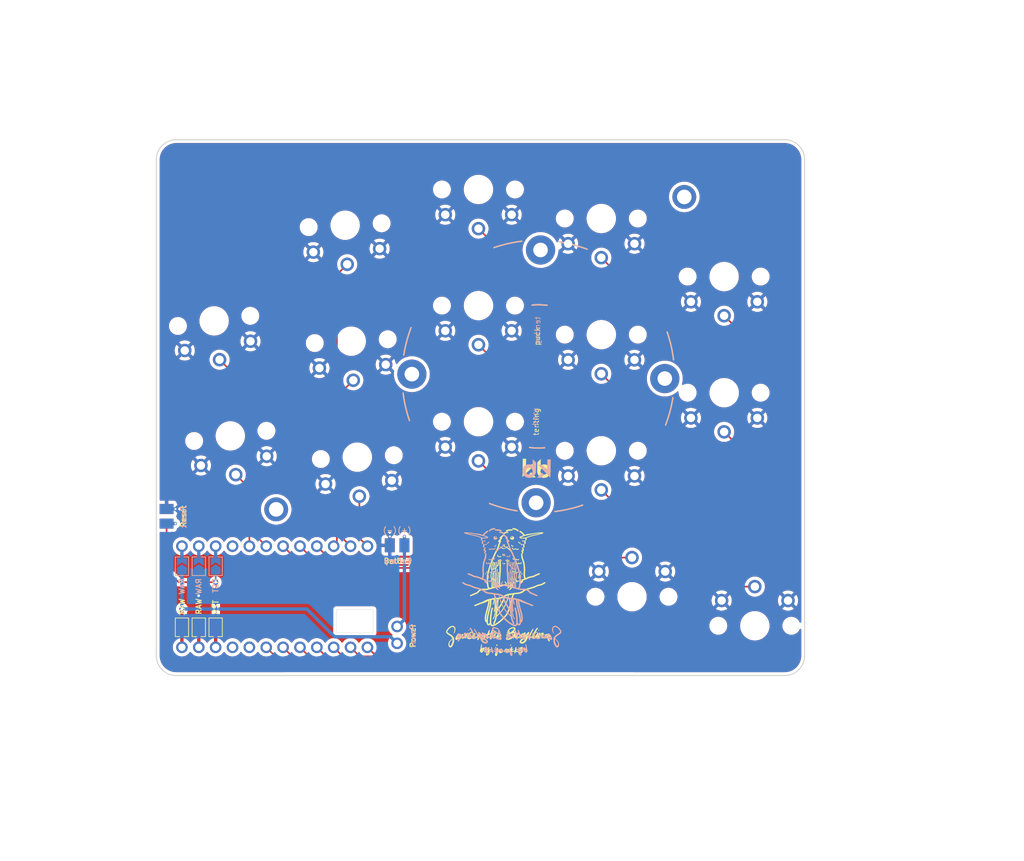
<source format=kicad_pcb>
(kicad_pcb (version 20211014) (generator pcbnew)
  (title_block (title "KEYBOARD_NAME_HERE") (rev "VERSION_HERE") (company "YOUR_NAME_HERE"))
  (layers (0 "F.Cu" signal) (31 "B.Cu" signal) (34 "B.Paste" user) (35 "F.Paste" user) (36 "B.SilkS" user "B.Silkscreen") (37 "F.SilkS" user "F.Silkscreen") (38 "B.Mask" user) (39 "F.Mask" user) (44 "Edge.Cuts" user))
  (net 0 "")
  (net 1 "GND")
  (net 2 "P21")
  (net 3 "P20")
  (net 4 "P10")
  (net 5 "P16")
  (net 6 "P14")
  (net 7 "P15")
  (net 8 "P18")
  (net 9 "P19")
  (net 10 "P9")
  (net 11 "P8")
  (net 12 "P7")
  (net 13 "P5")
  (net 14 "P4")
  (net 15 "P6")
  (net 16 "P3")
  (net 17 "RAW")
  (net 18 "RST")
  (net 19 "P2")
  (footprint "trochilidae:PG1350Reversible" (layer "F.Cu") (at 181.19604 168.760358 -172)
    (fp_text reference "S1" hide)
    (fp_text value "" hide)
    (pad "" np_thru_hole circle (at 5.5 0) (size 1.7018 1.7018) (drill 1.7018) (layers *.Cu *.Mask))
    (pad "" np_thru_hole circle (at -5.5 0) (size 1.7018 1.7018) (drill 1.7018) (layers *.Cu *.Mask))
    (pad "" np_thru_hole circle (at 0 0) (size 3.429 3.429) (drill 3.429) (layers *.Cu *.Mask))
    (pad "1" thru_hole circle (at -5 -3.8) (size 2.032 2.032) (drill 1.27) (layers *.Cu *.Mask) (net 1 "GND"))
    (pad "1" thru_hole circle (at 5 -3.8) (size 2.032 2.032) (drill 1.27) (layers *.Cu *.Mask) (net 1 "GND"))
    (pad "2" thru_hole circle (at 0 -5.9) (size 2.032 2.032) (drill 1.27) (layers *.Cu *.Mask) (net 2 "P21"))
  )
  (footprint "trochilidae:PG1350Reversible" (layer "F.Cu") (at 218.573519 149.125 180)
    (fp_text reference "S7" hide)
    (fp_text value "" hide)
    (pad "" np_thru_hole circle (at 5.5 0 352) (size 1.7018 1.7018) (drill 1.7018) (layers *.Cu *.Mask))
    (pad "" np_thru_hole circle (at -5.5 0 352) (size 1.7018 1.7018) (drill 1.7018) (layers *.Cu *.Mask))
    (pad "" np_thru_hole circle (at 0 0 352) (size 3.429 3.429) (drill 3.429) (layers *.Cu *.Mask))
    (pad "1" thru_hole circle (at -5 -3.8 352) (size 2.032 2.032) (drill 1.27) (layers *.Cu *.Mask) (net 1 "GND"))
    (pad "1" thru_hole circle (at 5 -3.8 352) (size 2.032 2.032) (drill 1.27) (layers *.Cu *.Mask) (net 1 "GND"))
    (pad "2" thru_hole circle (at 0 -5.9 352) (size 2.032 2.032) (drill 1.27) (layers *.Cu *.Mask) (net 8 "P18"))
  )
  (footprint "trochilidae:PG1350Reversible" (layer "F.Cu") (at 200.327842 171.962218 -177)
    (fp_text reference "S3" hide)
    (fp_text value "" hide)
    (pad "" np_thru_hole circle (at -5.5 0 355) (size 1.7018 1.7018) (drill 1.7018) (layers *.Cu *.Mask))
    (pad "" np_thru_hole circle (at 5.5 0 355) (size 1.7018 1.7018) (drill 1.7018) (layers *.Cu *.Mask))
    (pad "" np_thru_hole circle (at 0 0 355) (size 3.429 3.429) (drill 3.429) (layers *.Cu *.Mask))
    (pad "1" thru_hole circle (at 5 -3.8 355) (size 2.032 2.032) (drill 1.27) (layers *.Cu *.Mask) (net 1 "GND"))
    (pad "1" thru_hole circle (at -5 -3.8 355) (size 2.032 2.032) (drill 1.27) (layers *.Cu *.Mask) (net 1 "GND"))
    (pad "2" thru_hole circle (at 0 -5.9 355) (size 2.032 2.032) (drill 1.27) (layers *.Cu *.Mask) (net 4 "P10"))
  )
  (footprint "trochilidae:PG1350Reversible" (layer "F.Cu") (at 241.698519 193)
    (fp_text reference "S14" hide)
    (fp_text value "" hide)
    (pad "" np_thru_hole circle (at 0 0 172) (size 3.429 3.429) (drill 3.429) (layers *.Cu *.Mask))
    (pad "" np_thru_hole circle (at -5.5 0 172) (size 1.7018 1.7018) (drill 1.7018) (layers *.Cu *.Mask))
    (pad "" np_thru_hole circle (at 5.5 0 172) (size 1.7018 1.7018) (drill 1.7018) (layers *.Cu *.Mask))
    (pad "1" thru_hole circle (at -5 -3.8 172) (size 2.032 2.032) (drill 1.27) (layers *.Cu *.Mask) (net 1 "GND"))
    (pad "1" thru_hole circle (at 5 -3.8 172) (size 2.032 2.032) (drill 1.27) (layers *.Cu *.Mask) (net 1 "GND"))
    (pad "2" thru_hole circle (at 0 -5.9 172) (size 2.032 2.032) (drill 1.27) (layers *.Cu *.Mask) (net 15 "P6"))
  )
  (footprint "trochilidae:Tenting_Puck2" (layer "F.Cu") (at 227.59 159.79 -1)
    (fp_text reference "REF**")
    (fp_text value "Tenting Puck")
    (fp_text user "tenting" (at -0.254 -6.9215 89) (layer "B.SilkS") (effects (font (size 0.8 0.8) (thickness 0.1)) (justify mirror)))
    (fp_text user "puck" (at -0.1905 6.0325 269 unlocked) (layer "B.SilkS") (effects (font (size 0.8 0.8) (thickness 0.1)) (justify mirror)))
    (fp_text user "tenting" (at -0.1905 6.858 89) (layer "F.SilkS") (effects (font (size 0.8 0.8) (thickness 0.1))))
    (fp_text user "puck" (at -0.254 -6.0325 89) (layer "F.SilkS") (effects (font (size 0.8 0.8) (thickness 0.1))))
    (pad "1" thru_hole circle locked (at 0 -19.05 359) (size 4.4 4.4) (drill 2.2) (layers *.Cu *.Mask))
    (pad "1" thru_hole circle locked (at 0 19.05 359) (size 4.4 4.4) (drill 2.2) (layers *.Cu *.Mask))
    (pad "1" thru_hole circle locked (at -19.05 0 359) (size 4.4 4.4) (drill 2.2) (layers *.Cu *.Mask))
    (pad "1" thru_hole circle locked (at 19.05 0 359) (size 4.4 4.4) (drill 2.2) (layers *.Cu *.Mask))
  )
  (footprint "trochilidae:PG1350Reversible" (layer "F.Cu") (at 218.573519 166.625 180)
    (fp_text reference "S6" hide)
    (fp_text value "" hide)
    (pad "" np_thru_hole circle (at 5.5 0 352) (size 1.7018 1.7018) (drill 1.7018) (layers *.Cu *.Mask))
    (pad "" np_thru_hole circle (at -5.5 0 352) (size 1.7018 1.7018) (drill 1.7018) (layers *.Cu *.Mask))
    (pad "" np_thru_hole circle (at 0 0 352) (size 3.429 3.429) (drill 3.429) (layers *.Cu *.Mask))
    (pad "1" thru_hole circle (at -5 -3.8 352) (size 2.032 2.032) (drill 1.27) (layers *.Cu *.Mask) (net 1 "GND"))
    (pad "1" thru_hole circle (at 5 -3.8 352) (size 2.032 2.032) (drill 1.27) (layers *.Cu *.Mask) (net 1 "GND"))
    (pad "2" thru_hole circle (at 0 -5.9 352) (size 2.032 2.032) (drill 1.27) (layers *.Cu *.Mask) (net 7 "P15"))
  )
  (footprint "trochilidae:PG1350Reversible" (layer "F.Cu") (at 237.073519 171 180)
    (fp_text reference "S9" hide)
    (fp_text value "" hide)
    (pad "" np_thru_hole circle (at 5.5 0 352) (size 1.7018 1.7018) (drill 1.7018) (layers *.Cu *.Mask))
    (pad "" np_thru_hole circle (at 0 0 352) (size 3.429 3.429) (drill 3.429) (layers *.Cu *.Mask))
    (pad "" np_thru_hole circle (at -5.5 0 352) (size 1.7018 1.7018) (drill 1.7018) (layers *.Cu *.Mask))
    (pad "1" thru_hole circle (at 5 -3.8 352) (size 2.032 2.032) (drill 1.27) (layers *.Cu *.Mask) (net 1 "GND"))
    (pad "1" thru_hole circle (at -5 -3.8 352) (size 2.032 2.032) (drill 1.27) (layers *.Cu *.Mask) (net 1 "GND"))
    (pad "2" thru_hole circle (at 0 -5.9 352) (size 2.032 2.032) (drill 1.27) (layers *.Cu *.Mask) (net 10 "P9"))
  )
  (footprint "trochilidae:PG1350Reversible" (layer "F.Cu") (at 178.760511 151.430667 -172)
    (fp_text reference "S2" hide)
    (fp_text value "" hide)
    (pad "" np_thru_hole circle (at 0 0) (size 3.429 3.429) (drill 3.429) (layers *.Cu *.Mask))
    (pad "" np_thru_hole circle (at 5.5 0) (size 1.7018 1.7018) (drill 1.7018) (layers *.Cu *.Mask))
    (pad "" np_thru_hole circle (at -5.5 0) (size 1.7018 1.7018) (drill 1.7018) (layers *.Cu *.Mask))
    (pad "1" thru_hole circle (at 5 -3.8) (size 2.032 2.032) (drill 1.27) (layers *.Cu *.Mask) (net 1 "GND"))
    (pad "1" thru_hole circle (at -5 -3.8) (size 2.032 2.032) (drill 1.27) (layers *.Cu *.Mask) (net 1 "GND"))
    (pad "2" thru_hole circle (at 0 -5.9) (size 2.032 2.032) (drill 1.27) (layers *.Cu *.Mask) (net 3 "P20"))
  )
  (footprint "trochilidae:ProMicroSimpleJumper" (layer "F.Cu") (at 187.88035 193)
    (fp_text reference "MCU1" hide)
    (fp_text value "" hide)
    (fp_text user "RAW" (at -13.978059 -1.553464 -270 unlocked) (layer "B.SilkS") (effects (font (size 0.8 0.8)) (justify mirror)))
    (fp_text user "RST" (at -8.898059 -1.667749 -270 unlocked) (layer "B.SilkS") (effects (font (size 0.8 0.8)) (justify mirror)))
    (fp_text user "RAW" (at -11.438059 -1.553464 -270 unlocked) (layer "B.SilkS") (effects (font (size 0.8 0.8)) (justify mirror)))
    (fp_text user "RAW" (at -11.43 1.460714 90 unlocked) (layer "F.SilkS") (effects (font (size 0.8 0.8))))
    (fp_text user "RST" (at -8.89 1.575 90 unlocked) (layer "F.SilkS") (effects (font (size 0.8 0.8))))
    (fp_text user "RAW" (at -13.97 1.460714 90 unlocked) (layer "F.SilkS") (effects (font (size 0.8 0.8))))
    (pad "" smd rect (at -13.97 6.25) (size 0.5 1.524) (layers "F.Cu" "F.Mask"))
    (pad "" smd rect (at -11.43 6.25) (size 0.5 1.524) (layers "F.Cu" "F.Mask"))
    (pad "" smd rect (at -8.89 -6.275) (size 0.5 1.524) (layers "B.Cu" "B.Mask"))
    (pad "" smd custom (at -13.97 -5.325 270) (size 0.3 0.3) (layers "B.Cu" "B.Mask") (options (clearance outline) (anchor rect)) (primitives (gr_poly (pts (xy 0.15 0) (xy 0.65 0.75) (xy -0.5 0.75) (xy -0.5 -0.75) (xy 0.65 -0.75)) (width 0) (fill yes))))
    (pad "" thru_hole circle (at -11.43 -7.62 90) (size 1.7526 1.7526) (drill 1.0922) (layers *.Cu *.Mask))
    (pad "" thru_hole circle (at -11.43 7.62) (size 1.7526 1.7526) (drill 1.0922) (layers *.Cu *.Mask))
    (pad "" thru_hole circle (at -6.35 7.62) (size 1.7526 1.7526) (drill 1.0922) (layers *.Cu *.Mask))
    (pad "" thru_hole circle (at -8.89 -7.62) (size 1.7526 1.7526) (drill 1.0922) (layers *.Cu *.Mask))
    (pad "" thru_hole circle (at -13.97 7.62) (size 1.7526 1.7526) (drill 1.0922) (layers *.Cu *.Mask))
    (pad "" smd custom (at -8.89 5.325 270) (size 0.3 0.3) (layers "F.Cu" "F.Mask") (options (clearance outline) (anchor rect)) (primitives (gr_poly (pts (xy 0.5 0.75) (xy -0.65 0.75) (xy -0.15 0) (xy -0.65 -0.75) (xy 0.5 -0.75)) (width 0) (fill yes))))
    (pad "" thru_hole circle (at -6.35 -7.62) (size 1.7526 1.7526) (drill 1.0922) (layers *.Cu *.Mask))
    (pad "" thru_hole circle (at -13.97 -7.62) (size 1.7526 1.7526) (drill 1.0922) (layers *.Cu *.Mask))
    (pad "" smd rect (at -13.97 -6.275) (size 0.5 1.524) (layers "B.Cu" "B.Mask"))
    (pad "" smd custom (at -11.43 -5.325 270) (size 0.3 0.3) (layers "B.Cu" "B.Mask") (options (clearance outline) (anchor rect)) (primitives (gr_poly (pts (xy 0.15 0) (xy 0.65 0.75) (xy -0.5 0.75) (xy -0.5 -0.75) (xy 0.65 -0.75)) (width 0) (fill yes))))
    (pad "" smd rect (at -8.89 6.25) (size 0.5 1.524) (layers "F.Cu" "F.Mask"))
    (pad "" smd custom (at -11.43 5.325 270) (size 0.3 0.3) (layers "F.Cu" "F.Mask") (options (clearance outline) (anchor rect)) (primitives (gr_poly (pts (xy 0.5 0.75) (xy -0.65 0.75) (xy -0.15 0) (xy -0.65 -0.75) (xy 0.5 -0.75)) (width 0) (fill yes))))
    (pad "" smd rect (at -11.43 -6.275) (size 0.5 1.524) (layers "B.Cu" "B.Mask"))
    (pad "" smd custom (at -8.89 -5.325 270) (size 0.3 0.3) (layers "B.Cu" "B.Mask") (options (clearance outline) (anchor rect)) (primitives (gr_poly (pts (xy 0.15 0) (xy 0.65 0.75) (xy -0.5 0.75) (xy -0.5 -0.75) (xy 0.65 -0.75)) (width 0) (fill yes))))
    (pad "" smd custom (at -13.97 5.325 270) (size 0.3 0.3) (layers "F.Cu" "F.Mask") (options (clearance outline) (anchor rect)) (primitives (gr_poly (pts (xy 0.5 0.75) (xy -0.65 0.75) (xy -0.15 0) (xy -0.65 -0.75) (xy 0.5 -0.75)) (width 0) (fill yes))))
    (pad "" thru_hole circle (at -8.89 7.62) (size 1.7526 1.7526) (drill 1.0922) (layers *.Cu *.Mask))
    (pad "1" smd custom (at -13.97 3.875 270) (size 0.3 0.3) (layers "F.Cu" "F.Mask") (net 17 "RAW") (options (clearance outline) (anchor rect)) (primitives (gr_poly (pts (xy 1 0) (xy 0.5 0.75) (xy -0.5 0.75) (xy -0.5 -0.75) (xy 0.5 -0.75)) (width 0) (fill yes))))
    (pad "1" smd custom (at -13.97 -3.875 270) (size 0.3 0.3) (layers "B.Cu" "B.Mask") (net 17 "RAW") (options (clearance outline) (anchor rect)) (primitives (gr_poly (pts (xy 0.5 0.75) (xy -0.5 0.75) (xy -1 0) (xy -0.5 -0.75) (xy 0.5 -0.75)) (width 0) (fill yes))))
    (pad "2" smd custom (at -11.43 3.875 270) (size 0.3 0.3) (layers "F.Cu" "F.Mask") (net 1 "GND") (options (clearance outline) (anchor rect)) (primitives (gr_poly (pts (xy 1 0) (xy 0.5 0.75) (xy -0.5 0.75) (xy -0.5 -0.75) (xy 0.5 -0.75)) (width 0) (fill yes))))
    (pad "2" smd custom (at -11.43 -3.875 270) (size 0.3 0.3) (layers "B.Cu" "B.Mask") (net 1 "GND") (options (clearance outline) (anchor rect)) (primitives (gr_poly (pts (xy 0.5 0.75) (xy -0.5 0.75) (xy -1 0) (xy -0.5 -0.75) (xy 0.5 -0.75)) (width 0) (fill yes))))
    (pad "3" smd custom (at -8.89 -3.875 270) (size 0.3 0.3) (layers "B.Cu" "B.Mask") (net 18 "RST") (options (clearance outline) (anchor rect)) (primitives (gr_poly (pts (xy 0.5 0.75) (xy -0.5 0.75) (xy -1 0) (xy -0.5 -0.75) (xy 0.5 -0.75)) (width 0) (fill yes))))
    (pad "3" smd custom (at -8.89 3.875 270) (size 0.3 0.3) (layers "F.Cu" "F.Mask") (net 18 "RST") (options (clearance outline) (anchor rect)) (primitives (gr_poly (pts (xy 1 0) (xy 0.5 0.75) (xy -0.5 0.75) (xy -0.5 -0.75) (xy 0.5 -0.75)) (width 0) (fill yes))))
    (pad "5" thru_hole circle (at -3.81 -7.62) (size 1.7526 1.7526) (drill 1.0922) (layers *.Cu *.Mask) (net 2 "P21"))
    (pad "6" thru_hole circle (at -1.27 -7.62) (size 1.7526 1.7526) (drill 1.0922) (layers *.Cu *.Mask) (net 3 "P20"))
    (pad "7" thru_hole circle (at 1.27 -7.62) (size 1.7526 1.7526) (drill 1.0922) (layers *.Cu *.Mask) (net 9 "P19"))
    (pad "8" thru_hole circle (at 3.81 -7.62) (size 1.7526 1.7526) (drill 1.0922) (layers *.Cu *.Mask) (net 8 "P18"))
    (pad "9" thru_hole circle (at 6.35 -7.62) (size 1.7526 1.7526) (drill 1.0922) (layers *.Cu *.Mask) (net 7 "P15"))
    (pad "10" thru_hole circle (at 8.89 -7.62) (size 1.7526 1.7526) (drill 1.0922) (layers *.Cu *.Mask) (net 6 "P14"))
    (pad "11" thru_hole circle (at 11.43 -7.62) (size 1.7526 1.7526) (drill 1.0922) (layers *.Cu *.Mask) (net 5 "P16"))
    (pad "12" thru_hole circle (at 13.97 -7.62) (size 1.7526 1.7526) (drill 1.0922) (layers *.Cu *.Mask) (net 4 "P10"))
    (pad "17" thru_hole circle (at -3.81 7.62) (size 1.7526 1.7526) (drill 1.0922) (layers *.Cu *.Mask) (net 19 "P2"))
    (pad "18" thru_hole circle (at -1.27 7.62) (size 1.7526 1.7526) (drill 1.0922) (layers *.Cu *.Mask) (net 16 "P3"))
    (pad "19" thru_hole circle (at 1.27 7.62) (size 1.7526 1.7526) (drill 1.0922) (layers *.Cu *.Mask) (net 14 "P4"))
    (pad "20" thru_hole circle (at 3.81 7.62) (size 1.7526 1.7526) (drill 1.0922) (layers *.Cu *.Mask) (net 13 "P5"))
    (pad "21" thru_hole circle (at 6.35 7.62) (size 1.7526 1.7526) (drill 1.0922) (layers *.Cu *.Mask) (net 15 "P6"))
    (pad "22" thru_hole circle (at 8.89 7.62) (size 1.7526 1.7526) (drill 1.0922) (layers *.Cu *.Mask) (net 12 "P7"))
    (pad "23" thru_hole circle (at 11.43 7.62) (size 1.7526 1.7526) (drill 1.0922) (layers *.Cu *.Mask) (net 11 "P8"))
    (pad "24" thru_hole circle (at 13.97 7.62) (size 1.7526 1.7526) (drill 1.0922) (layers *.Cu *.Mask) (net 10 "P9"))
  )
  (footprint "trochilidae:BeryllineSilk" (layer "F.Cu") (at 224.163195 190.038725)
    (fp_text reference "G***" hide)
    (fp_text value "LOGO" hide)
  )
  (footprint "trochilidae:M2MountingHoleSlimSimple" (layer "F.Cu") (at 188.108835 179.831574 -24)
    (fp_text reference "" hide)
    (fp_text value "Val**" hide)
    (pad "1" thru_hole circle (at 0 0 358) (size 3.6 3.6) (drill 2.2) (layers *.Cu *.Mask))
  )
  (footprint "trochilidae:PG1350Reversible" (layer "F.Cu") (at 255.573519 162.25 180)
    (fp_text reference "S12" hide)
    (fp_text value "" hide)
    (pad "" np_thru_hole circle (at 0 0 352) (size 3.429 3.429) (drill 3.429) (layers *.Cu *.Mask))
    (pad "" np_thru_hole circle (at 5.5 0 352) (size 1.7018 1.7018) (drill 1.7018) (layers *.Cu *.Mask))
    (pad "" np_thru_hole circle (at -5.5 0 352) (size 1.7018 1.7018) (drill 1.7018) (layers *.Cu *.Mask))
    (pad "1" thru_hole circle (at -5 -3.8 352) (size 2.032 2.032) (drill 1.27) (layers *.Cu *.Mask) (net 1 "GND"))
    (pad "1" thru_hole circle (at 5 -3.8 352) (size 2.032 2.032) (drill 1.27) (layers *.Cu *.Mask) (net 1 "GND"))
    (pad "2" thru_hole circle (at 0 -5.9 352) (size 2.032 2.032) (drill 1.27) (layers *.Cu *.Mask) (net 13 "P5"))
  )
  (footprint "trochilidae:PG1350Reversible" (layer "F.Cu") (at 260.198519 197.375)
    (fp_text reference "S15" hide)
    (fp_text value "" hide)
    (pad "" np_thru_hole circle (at 0 0 172) (size 3.429 3.429) (drill 3.429) (layers *.Cu *.Mask))
    (pad "" np_thru_hole circle (at -5.5 0 172) (size 1.7018 1.7018) (drill 1.7018) (layers *.Cu *.Mask))
    (pad "" np_thru_hole circle (at 5.5 0 172) (size 1.7018 1.7018) (drill 1.7018) (layers *.Cu *.Mask))
    (pad "1" thru_hole circle (at -5 -3.8 172) (size 2.032 2.032) (drill 1.27) (layers *.Cu *.Mask) (net 1 "GND"))
    (pad "1" thru_hole circle (at 5 -3.8 172) (size 2.032 2.032) (drill 1.27) (layers *.Cu *.Mask) (net 1 "GND"))
    (pad "2" thru_hole circle (at 0 -5.9 172) (size 2.032 2.032) (drill 1.27) (layers *.Cu *.Mask) (net 16 "P3"))
  )
  (footprint "trochilidae:BeryllineSilkText" (layer "F.Cu") (at 221.65 199.48)
    (fp_text reference "G***" hide)
    (fp_text value "BeryllineSilkText" hide)
  )
  (footprint "trochilidae:PG1350Reversible" (layer "F.Cu") (at 218.573519 131.625 180)
    (fp_text reference "S8" hide)
    (fp_text value "" hide)
    (pad "" np_thru_hole circle (at 0 0 352) (size 3.429 3.429) (drill 3.429) (layers *.Cu *.Mask))
    (pad "" np_thru_hole circle (at 5.5 0 352) (size 1.7018 1.7018) (drill 1.7018) (layers *.Cu *.Mask))
    (pad "" np_thru_hole circle (at -5.5 0 352) (size 1.7018 1.7018) (drill 1.7018) (layers *.Cu *.Mask))
    (pad "1" thru_hole circle (at 5 -3.8 352) (size 2.032 2.032) (drill 1.27) (layers *.Cu *.Mask) (net 1 "GND"))
    (pad "1" thru_hole circle (at -5 -3.8 352) (size 2.032 2.032) (drill 1.27) (layers *.Cu *.Mask) (net 1 "GND"))
    (pad "2" thru_hole circle (at 0 -5.9 352) (size 2.032 2.032) (drill 1.27) (layers *.Cu *.Mask) (net 9 "P19"))
  )
  (footprint "trochilidae:M2MountingHoleSlimSimple" (layer "F.Cu") (at 249.573519 132.75 -8)
    (fp_text reference "" hide)
    (fp_text value "Val**" hide)
    (pad "1" thru_hole circle (at 0 0 14) (size 3.6 3.6) (drill 2.2) (layers *.Cu *.Mask))
  )
  (footprint "trochilidae:PG1350Reversible" (layer "F.Cu") (at 199.411963 154.486203 -177)
    (fp_text reference "S4" hide)
    (fp_text value "" hide)
    (pad "" np_thru_hole circle (at -5.5 0 355) (size 1.7018 1.7018) (drill 1.7018) (layers *.Cu *.Mask))
    (pad "" np_thru_hole circle (at 0 0 355) (size 3.429 3.429) (drill 3.429) (layers *.Cu *.Mask))
    (pad "" np_thru_hole circle (at 5.5 0 355) (size 1.7018 1.7018) (drill 1.7018) (layers *.Cu *.Mask))
    (pad "1" thru_hole circle (at -5 -3.8 355) (size 2.032 2.032) (drill 1.27) (layers *.Cu *.Mask) (net 1 "GND"))
    (pad "1" thru_hole circle (at 5 -3.8 355) (size 2.032 2.032) (drill 1.27) (layers *.Cu *.Mask) (net 1 "GND"))
    (pad "2" thru_hole circle (at 0 -5.9 355) (size 2.032 2.032) (drill 1.27) (layers *.Cu *.Mask) (net 5 "P16"))
  )
  (footprint "trochilidae:PG1350Reversible" (layer "F.Cu") (at 255.573519 144.75 180)
    (fp_text reference "S13" hide)
    (fp_text value "" hide)
    (pad "" np_thru_hole circle (at 0 0 352) (size 3.429 3.429) (drill 3.429) (layers *.Cu *.Mask))
    (pad "" np_thru_hole circle (at 5.5 0 352) (size 1.7018 1.7018) (drill 1.7018) (layers *.Cu *.Mask))
    (pad "" np_thru_hole circle (at -5.5 0 352) (size 1.7018 1.7018) (drill 1.7018) (layers *.Cu *.Mask))
    (pad "1" thru_hole circle (at 5 -3.8 352) (size 2.032 2.032) (drill 1.27) (layers *.Cu *.Mask) (net 1 "GND"))
    (pad "1" thru_hole circle (at -5 -3.8 352) (size 2.032 2.032) (drill 1.27) (layers *.Cu *.Mask) (net 1 "GND"))
    (pad "2" thru_hole circle (at 0 -5.9 352) (size 2.032 2.032) (drill 1.27) (layers *.Cu *.Mask) (net 14 "P4"))
  )
  (footprint "trochilidae:PG1350Reversible" (layer "F.Cu") (at 237.073519 153.5 180)
    (fp_text reference "S10" hide)
    (fp_text value "" hide)
    (pad "" np_thru_hole circle (at -5.5 0 352) (size 1.7018 1.7018) (drill 1.7018) (layers *.Cu *.Mask))
    (pad "" np_thru_hole circle (at 0 0 352) (size 3.429 3.429) (drill 3.429) (layers *.Cu *.Mask))
    (pad "" np_thru_hole circle (at 5.5 0 352) (size 1.7018 1.7018) (drill 1.7018) (layers *.Cu *.Mask))
    (pad "1" thru_hole circle (at -5 -3.8 352) (size 2.032 2.032) (drill 1.27) (layers *.Cu *.Mask) (net 1 "GND"))
    (pad "1" thru_hole circle (at 5 -3.8 352) (size 2.032 2.032) (drill 1.27) (layers *.Cu *.Mask) (net 1 "GND"))
    (pad "2" thru_hole circle (at 0 -5.9 352) (size 2.032 2.032) (drill 1.27) (layers *.Cu *.Mask) (net 11 "P8"))
  )
  (footprint "trochilidae:PG1350Reversible" (layer "F.Cu") (at 198.496084 137.010186 -177)
    (fp_text reference "S5" hide)
    (fp_text value "" hide)
    (pad "" np_thru_hole circle (at 0 0 355) (size 3.429 3.429) (drill 3.429) (layers *.Cu *.Mask))
    (pad "" np_thru_hole circle (at -5.5 0 355) (size 1.7018 1.7018) (drill 1.7018) (layers *.Cu *.Mask))
    (pad "" np_thru_hole circle (at 5.5 0 355) (size 1.7018 1.7018) (drill 1.7018) (layers *.Cu *.Mask))
    (pad "1" thru_hole circle (at 5 -3.8 355) (size 2.032 2.032) (drill 1.27) (layers *.Cu *.Mask) (net 1 "GND"))
    (pad "1" thru_hole circle (at -5 -3.8 355) (size 2.032 2.032) (drill 1.27) (layers *.Cu *.Mask) (net 1 "GND"))
    (pad "2" thru_hole circle (at 0 -5.9 355) (size 2.032 2.032) (drill 1.27) (layers *.Cu *.Mask) (net 6 "P14"))
  )
  (footprint "trochilidae:PG1350Reversible" (layer "F.Cu") (at 237.073519 136 180)
    (fp_text reference "S11" hide)
    (fp_text value "" hide)
    (pad "" np_thru_hole circle (at 5.5 0 352) (size 1.7018 1.7018) (drill 1.7018) (layers *.Cu *.Mask))
    (pad "" np_thru_hole circle (at -5.5 0 352) (size 1.7018 1.7018) (drill 1.7018) (layers *.Cu *.Mask))
    (pad "" np_thru_hole circle (at 0 0 352) (size 3.429 3.429) (drill 3.429) (layers *.Cu *.Mask))
    (pad "1" thru_hole circle (at -5 -3.8 352) (size 2.032 2.032) (drill 1.27) (layers *.Cu *.Mask) (net 1 "GND"))
    (pad "1" thru_hole circle (at 5 -3.8 352) (size 2.032 2.032) (drill 1.27) (layers *.Cu *.Mask) (net 1 "GND"))
    (pad "2" thru_hole circle (at 0 -5.9 352) (size 2.032 2.032) (drill 1.27) (layers *.Cu *.Mask) (net 12 "P7"))
  )
  (footprint "trochilidae:BeryllineSilk" (layer "B.Cu") (at 220.602357 190.036546 180)
    (fp_text reference "G***" hide)
    (fp_text value "LOGO" hide)
  )
  (footprint "trochilidae:Battery_pads_reversible" (layer "B.Cu") (at 171.6 180.874279 90)
    (fp_text reference "J3" hide)
    (fp_text value "Battery_Cell")
    (pad "1" smd custom (at -1.1 0 270) (size 1.5 2.1) (layers "B.Cu") (net 18 "RST") (options (clearance outline) (anchor rect)) (primitives (gr_poly (pts (xy 0.179 -0.762) (xy -0.1766 -0.762) (xy -0.1766 -1.3352) (xy 0.179 -1.3352)) (width 0.1) (fill yes))))
    (pad "1" thru_hole circle (at -1.1004 1.3416 90) (size 0.4572 0.4572) (drill 0.3048) (layers *.Cu) (net 18 "RST"))
    (pad "1" smd custom (at -1.1 0 90) (size 1.5 2.1) (layers "F.Cu") (net 18 "RST") (options (clearance outline) (anchor rect)) (primitives (gr_poly (pts (xy 0.176556 1.335) (xy -0.179044 1.335) (xy -0.179044 0.7618) (xy 0.176556 0.7618)) (width 0.1) (fill yes))))
    (pad "2" thru_hole circle (at 1.1 1.3416 90) (size 0.4572 0.4572) (drill 0.3048) (layers *.Cu) (net 1 "GND"))
    (pad "2" smd custom (at 1.1 0 90) (size 1.5 2.1) (layers "F.Cu") (net 1 "GND") (options (clearance outline) (anchor rect)) (primitives (gr_poly (pts (xy 0.1766 1.335) (xy -0.179 1.335) (xy -0.179 0.7618) (xy 0.1766 0.7618)) (width 0.1) (fill yes))))
    (pad "2" smd custom (at 1.1 0 270) (size 1.5 2.1) (layers "B.Cu") (net 1 "GND") (options (clearance outline) (anchor rect)) (primitives (gr_poly (pts (xy 0.1786 -0.762) (xy -0.177 -0.762) (xy -0.177 -1.3352) (xy 0.1786 -1.3352)) (width 0.1) (fill yes))))
  )
  (footprint "trochilidae:HeaderJumperSimple" (layer "B.Cu") (at 206.31962 198.75 90)
    (fp_text reference "J1" hide)
    (fp_text value "Val**" hide)
    (pad "1" thru_hole circle (at -1.27 0 90) (size 1.7526 1.7526) (drill 1.0922) (layers *.Cu *.Mask) (net 17 "RAW"))
    (pad "2" thru_hole circle (at 1.27 0 90) (size 1.7526 1.7526) (drill 1.0922) (layers *.Cu *.Mask) (net 17 "RAW"))
  )
  (footprint "trochilidae:Battery_pads_reversible" (layer "B.Cu") (at 206.31962 185.249999 180)
    (fp_text reference "J2" hide)
    (fp_text value "Battery_Cell")
    (fp_text user "(+)" (at -1.1 2.286) (layer "B.SilkS") (effects (font (size 0.8 0.8) (thickness 0.1)) (justify mirror)))
    (fp_text user "(-)" (at 1.1 2.286) (layer "B.SilkS") (effects (font (size 0.8 0.8) (thickness 0.1)) (justify mirror)))
    (fp_text user "(+)" (at -1.1 2.286) (layer "F.SilkS") (effects (font (size 0.8 0.8) (thickness 0.1))))
    (fp_text user "(-)" (at 1.1 2.286) (layer "F.SilkS") (effects (font (size 0.8 0.8) (thickness 0.1))))
    (pad "1" smd custom (at -1.1 0) (size 1.5 2.1) (layers "B.Cu") (net 17 "RAW") (options (clearance outline) (anchor rect)) (primitives (gr_poly (pts (xy 0.179 -0.762) (xy -0.1766 -0.762) (xy -0.1766 -1.3352) (xy 0.179 -1.3352)) (width 0.1) (fill yes))))
    (pad "1" smd custom (at -1.1 0 180) (size 1.5 2.1) (layers "F.Cu") (net 17 "RAW") (options (clearance outline) (anchor rect)) (primitives (gr_poly (pts (xy 0.176556 1.335) (xy -0.179044 1.335) (xy -0.179044 0.7618) (xy 0.176556 0.7618)) (width 0.1) (fill yes))))
    (pad "1" thru_hole circle (at -1.1004 1.3416 180) (size 0.4572 0.4572) (drill 0.3048) (layers *.Cu) (net 17 "RAW"))
    (pad "2" smd custom (at 1.1 0) (size 1.5 2.1) (layers "B.Cu") (net 1 "GND") (options (clearance outline) (anchor rect)) (primitives (gr_poly (pts (xy 0.1786 -0.762) (xy -0.177 -0.762) (xy -0.177 -1.3352) (xy 0.1786 -1.3352)) (width 0.1) (fill yes))))
    (pad "2" thru_hole circle (at 1.1 1.3416 180) (size 0.4572 0.4572) (drill 0.3048) (layers *.Cu) (net 1 "GND"))
    (pad "2" smd custom (at 1.1 0 180) (size 1.5 2.1) (layers "F.Cu") (net 1 "GND") (options (clearance outline) (anchor rect)) (primitives (gr_poly (pts (xy 0.1766 1.335) (xy -0.179 1.335) (xy -0.179 0.7618) (xy 0.1766 0.7618)) (width 0.1) (fill yes))))
  )
  (footprint "trochilidae:BeryllineSilkText" (layer "B.Cu") (at 223.115552 199.477821 180)
    (fp_text reference "G***" hide)
    (fp_text value "BeryllineSilkText" hide)
  )
  (gr_arc (start 264.698519 124.125) (mid 266.819839 125.00368) (end 267.698519 127.125) (layer "Edge.Cuts") (width 0.15))
  (gr_line (start 170.055524 201.875) (end 170.055524 127.125) (layer "Edge.Cuts") (width 0.15))
  (gr_line (start 264.698519 204.875) (end 173.055524 204.875) (layer "Edge.Cuts") (width 0.15))
  (gr_poly (pts (xy 197.20035 194.94) (xy 202.70035 194.94) (xy 202.70035 198.44) (xy 197.20035 198.44)) (layer "Edge.Cuts") (width 0.05) (fill none))
  (gr_arc (start 267.698519 201.875) (mid 266.819839 203.99632) (end 264.698519 204.875) (layer "Edge.Cuts") (width 0.15))
  (gr_line (start 267.698519 127.125) (end 267.698519 201.875) (layer "Edge.Cuts") (width 0.15))
  (gr_arc (start 173.055524 204.875) (mid 170.934204 203.99632) (end 170.055524 201.875) (layer "Edge.Cuts") (width 0.15))
  (gr_arc (start 170.055524 127.125) (mid 170.934204 125.00368) (end 173.055524 124.125) (layer "Edge.Cuts") (width 0.15))
  (gr_line (start 173.055524 124.125) (end 264.698519 124.125) (layer "Edge.Cuts") (width 0.15))
  (gr_text "Battery" (at 206.436176 187.600868) (layer "B.SilkS") (effects (font (size 0.8 0.8)) (justify mirror)))
  (gr_text "Power" (at 208.664902 198.92 90) (layer "B.SilkS") (effects (font (size 0.8 0.8)) (justify mirror)))
  (gr_text "Reset" (at 174.15 180.99 90) (layer "B.SilkS") (effects (font (size 0.8 0.8)) (justify mirror)))
  (gr_text "Power" (at 208.7 198.887617 90) (layer "F.SilkS") (effects (font (size 0.8 0.8))))
  (gr_text "Reset" (at 174.142039 180.889392 90) (layer "F.SilkS") (effects (font (size 0.8 0.8))))
  (gr_text "Battery" (at 206.44 187.61) (layer "F.SilkS") (effects (font (size 0.8 0.8))))
  (segment (start 176.45035 196.875) (end 176.45035 192.873492) (width 0.5) (layer "F.Cu") (net 1))
  (segment (start 176.45035 192.873492) (end 176.42161 192.844752) (width 0.25) (layer "F.Cu") (net 1))
  (via (at 176.42161 192.844752) (size 0.8) (drill 0.4) (layers "F.Cu" "B.Cu") (net 1))
  (segment (start 176.42161 189.15374) (end 176.45035 189.125) (width 0.25) (layer "B.Cu") (net 1))
  (segment (start 176.42161 192.844752) (end 176.42161 189.15374) (width 0.5) (layer "B.Cu") (net 1))
  (segment (start 184.07035 176.656129) (end 184.07035 185.38) (width 0.25) (layer "F.Cu") (net 2))
  (segment (start 182.017161 174.60294) (end 184.07035 176.656129) (width 0.25) (layer "F.Cu") (net 2))
  (segment (start 184.51987 183.28952) (end 186.61035 185.38) (width 0.25) (layer "F.Cu") (net 3))
  (segment (start 184.51987 162.211487) (end 184.51987 183.28952) (width 0.25) (layer "F.Cu") (net 3))
  (segment (start 179.581632 157.273249) (end 184.51987 162.211487) (width 0.25) (layer "F.Cu") (net 3))
  (segment (start 200.636624 177.854134) (end 200.636624 184.166274) (width 0.25) (layer "F.Cu") (net 4))
  (segment (start 200.636624 184.166274) (end 201.85035 185.38) (width 0.25) (layer "F.Cu") (net 4))
  (segment (start 197.69952 183.76917) (end 199.31035 185.38) (width 0.25) (layer "F.Cu") (net 5))
  (segment (start 199.720745 160.378117) (end 197.69952 162.399342) (width 0.25) (layer "F.Cu") (net 5))
  (segment (start 197.69952 162.399342) (end 197.69952 183.76917) (width 0.25) (layer "F.Cu") (net 5))
  (segment (start 197.25 144.456966) (end 197.25 184.90035) (width 0.25) (layer "F.Cu") (net 6))
  (segment (start 198.804866 142.9021) (end 197.25 144.456966) (width 0.25) (layer "F.Cu") (net 6))
  (segment (start 197.25 184.90035) (end 196.77035 185.38) (width 0.25) (layer "F.Cu") (net 6))
  (segment (start 220.650479 180.368084) (end 213.257604 187.76096) (width 0.25) (layer "F.Cu") (net 7))
  (segment (start 196.61131 187.76096) (end 194.23035 185.38) (width 0.25) (layer "F.Cu") (net 7))
  (segment (start 218.573519 172.525) (end 220.65048 174.601961) (width 0.25) (layer "F.Cu") (net 7))
  (segment (start 220.65048 174.601961) (end 220.650479 180.368084) (width 0.25) (layer "F.Cu") (net 7))
  (segment (start 213.257604 187.76096) (end 196.61131 187.76096) (width 0.25) (layer "F.Cu") (net 7))
  (segment (start 221.1 180.554282) (end 213.443802 188.21048) (width 0.25) (layer "F.Cu") (net 8))
  (segment (start 218.573519 155.025) (end 221.1 157.551481) (width 0.25) (layer "F.Cu") (net 8))
  (segment (start 213.443802 188.21048) (end 194.52083 188.21048) (width 0.25) (layer "F.Cu") (net 8))
  (segment (start 221.1 157.551481) (end 221.1 180.554282) (width 0.25) (layer "F.Cu") (net 8))
  (segment (start 194.52083 188.21048) (end 191.69035 185.38) (width 0.25) (layer "F.Cu") (net 8))
  (segment (start 218.573519 137.525) (end 221.54952 140.501001) (width 0.25) (layer "F.Cu") (net 9))
  (segment (start 192.43035 188.66) (end 189.15035 185.38) (width 0.25) (layer "F.Cu") (net 9))
  (segment (start 213.63 188.66) (end 192.43035 188.66) (width 0.25) (layer "F.Cu") (net 9))
  (segment (start 221.54952 140.501001) (end 221.54952 180.74048) (width 0.25) (layer "F.Cu") (net 9))
  (segment (start 221.54952 180.74048) (end 213.63 188.66) (width 0.25) (layer "F.Cu") (net 9))
  (segment (start 202.76323 201.53288) (end 201.85035 200.62) (width 0.25) (layer "F.Cu") (net 10))
  (segment (start 237.073519 176.9) (end 239.02048 178.846961) (width 0.25) (layer "F.Cu") (net 10))
  (segment (start 219.465684 201.53288) (end 202.76323 201.53288) (width 0.25) (layer "F.Cu") (net 10))
  (segment (start 239.02048 181.978084) (end 219.465684 201.53288) (width 0.25) (layer "F.Cu") (net 10))
  (segment (start 239.02048 178.846961) (end 239.02048 181.978084) (width 0.25) (layer "F.Cu") (net 10))
  (segment (start 237.073519 159.4) (end 239.47 161.796481) (width 0.25) (layer "F.Cu") (net 11))
  (segment (start 239.47 182.164281) (end 219.651882 201.9824) (width 0.25) (layer "F.Cu") (net 11))
  (segment (start 200.67275 201.9824) (end 199.31035 200.62) (width 0.25) (layer "F.Cu") (net 11))
  (segment (start 239.47 161.796481) (end 239.47 182.164281) (width 0.25) (layer "F.Cu") (net 11))
  (segment (start 219.651882 201.9824) (end 200.67275 201.9824) (width 0.25) (layer "F.Cu") (net 11))
  (segment (start 237.073519 141.9) (end 239.91952 144.746001) (width 0.25) (layer "F.Cu") (net 12))
  (segment (start 239.91952 182.35048) (end 219.83808 202.431919) (width 0.25) (layer "F.Cu") (net 12))
  (segment (start 219.83808 202.431919) (end 198.58227 202.43192) (width 0.25) (layer "F.Cu") (net 12))
  (segment (start 239.91952 144.746001) (end 239.91952 182.35048) (width 0.25) (layer "F.Cu") (net 12))
  (segment (start 198.58227 202.43192) (end 196.77035 200.62) (width 0.25) (layer "F.Cu") (net 12))
  (segment (start 194.40131 203.33096) (end 191.69035 200.62) (width 0.25) (layer "F.Cu") (net 13))
  (segment (start 257.63048 186.323802) (end 240.623322 203.33096) (width 0.25) (layer "F.Cu") (net 13))
  (segment (start 240.623322 203.33096) (end 194.40131 203.33096) (width 0.25) (layer "F.Cu") (net 13))
  (segment (start 257.63048 170.206961) (end 257.63048 186.323802) (width 0.25) (layer "F.Cu") (net 13))
  (segment (start 255.573519 168.15) (end 257.63048 170.206961) (width 0.25) (layer "F.Cu") (net 13))
  (segment (start 192.31083 203.78048) (end 189.15035 200.62) (width 0.25) (layer "F.Cu") (net 14))
  (segment (start 255.573519 150.65) (end 258.08 153.156482) (width 0.25) (layer "F.Cu") (net 14))
  (segment (start 240.80952 203.78048) (end 192.31083 203.78048) (width 0.25) (layer "F.Cu") (net 14))
  (segment (start 258.08 186.51) (end 240.80952 203.78048) (width 0.25) (layer "F.Cu") (net 14))
  (segment (start 258.08 153.156482) (end 258.08 186.51) (width 0.25) (layer "F.Cu") (net 14))
  (segment (start 196.49179 202.88144) (end 194.23035 200.62) (width 0.25) (layer "F.Cu") (net 15))
  (segment (start 235.805718 187.1) (end 220.024278 202.88144) (width 0.25) (layer "F.Cu") (net 15))
  (segment (start 241.698519 187.1) (end 235.805718 187.1) (width 0.25) (layer "F.Cu") (net 15))
  (segment (start 220.024278 202.88144) (end 196.49179 202.88144) (width 0.25) (layer "F.Cu") (net 15))
  (segment (start 260.198519 191.475) (end 253.750718 191.475) (width 0.25) (layer "F.Cu") (net 16))
  (segment (start 240.995718 204.23) (end 190.22035 204.23) (width 0.25) (layer "F.Cu") (net 16))
  (segment (start 190.22035 204.23) (end 186.61035 200.62) (width 0.25) (layer "F.Cu") (net 16))
  (segment (start 253.750718 191.475) (end 240.995718 204.23) (width 0.25) (layer "F.Cu") (net 16))
  (segment (start 173.91161 194.844752) (end 173.91161 196.87374) (width 0.5) (layer "F.Cu") (net 17))
  (segment (start 173.91161 196.87374) (end 173.91035 196.875) (width 0.25) (layer "F.Cu") (net 17))
  (via (at 173.91161 194.844752) (size 0.8) (drill 0.4) (layers "F.Cu" "B.Cu") (net 17))
  (segment (start 196.91 199.03) (end 205.32962 199.03) (width 0.5) (layer "B.Cu") (net 17))
  (segment (start 192.724752 194.844752) (end 196.91 199.03) (width 0.5) (layer "B.Cu") (net 17))
  (segment (start 173.91035 189.125) (end 173.91035 194.843492) (width 0.5) (layer "B.Cu") (net 17))
  (segment (start 206.31962 197.525) (end 207.41962 196.425) (width 0.5) (layer "B.Cu") (net 17))
  (segment (start 173.91035 194.843492) (end 173.91161 194.844752) (width 0.25) (layer "B.Cu") (net 17))
  (segment (start 205.32962 199.03) (end 206.31962 200.02) (width 0.5) (layer "B.Cu") (net 17))
  (segment (start 207.41962 196.425) (end 207.41962 185.25) (width 0.5) (layer "B.Cu") (net 17))
  (segment (start 173.91161 194.844752) (end 192.724752 194.844752) (width 0.5) (layer "B.Cu") (net 17))
  (segment (start 179.01161 190.824752) (end 179.01161 196.85374) (width 0.25) (layer "F.Cu") (net 18))
  (segment (start 178.99161 190.804752) (end 179.01161 190.824752) (width 0.25) (layer "F.Cu") (net 18))
  (segment (start 173.414752 190.804752) (end 171.6 188.989999) (width 0.25) (layer "F.Cu") (net 18))
  (segment (start 179.01161 196.85374) (end 178.99035 196.875) (width 0.25) (layer "F.Cu") (net 18))
  (segment (start 171.6 188.989999) (end 171.6 181.974279) (width 0.25) (layer "F.Cu") (net 18))
  (segment (start 178.99161 190.804752) (end 173.414752 190.804752) (width 0.25) (layer "F.Cu") (net 18))
  (via (at 178.99161 190.804752) (size 0.8) (drill 0.4) (layers "F.Cu" "B.Cu") (net 18))
  (segment (start 178.99161 190.804752) (end 178.99035 190.803492) (width 0.25) (layer "B.Cu") (net 18))
  (segment (start 178.99035 190.803492) (end 178.99035 189.125) (width 0.25) (layer "B.Cu") (net 18))
  (zone (net 1) (net_name "GND") (layers F&B.Cu) (connect_pads (clearance 0.508)) (min_thickness 0.254) (fill yes (thermal_gap 0.508) (thermal_bridge_width 0.508) (island_removal_mode 1) (island_area_min 0))
    (polygon (pts (xy 300.74 232.82) (xy 146.51 232.82) (xy 146.51 103.07) (xy 300.74 103.07)))
  )
)
</source>
